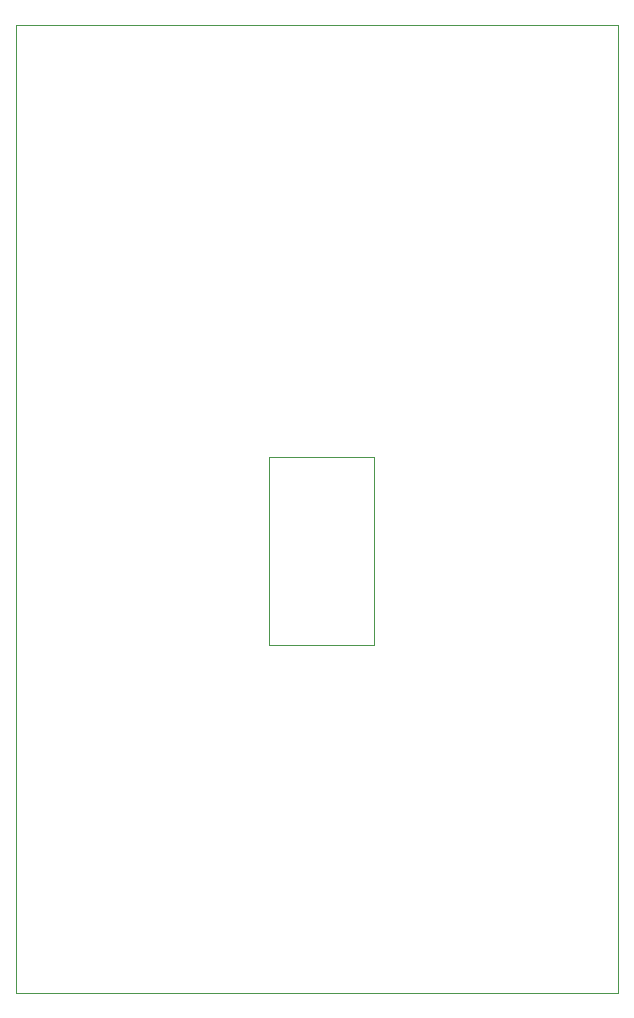
<source format=gbr>
%TF.GenerationSoftware,KiCad,Pcbnew,7.0.8*%
%TF.CreationDate,2024-03-13T16:31:13+02:00*%
%TF.ProjectId,mouse_hardware,6d6f7573-655f-4686-9172-64776172652e,rev?*%
%TF.SameCoordinates,Original*%
%TF.FileFunction,Profile,NP*%
%FSLAX46Y46*%
G04 Gerber Fmt 4.6, Leading zero omitted, Abs format (unit mm)*
G04 Created by KiCad (PCBNEW 7.0.8) date 2024-03-13 16:31:13*
%MOMM*%
%LPD*%
G01*
G04 APERTURE LIST*
%TA.AperFunction,Profile*%
%ADD10C,0.100000*%
%TD*%
%TA.AperFunction,Profile*%
%ADD11C,0.010000*%
%TD*%
G04 APERTURE END LIST*
D10*
X12000000Y-12000000D02*
X63000000Y-12000000D01*
X63000000Y-94000000D01*
X12000000Y-94000000D01*
X12000000Y-12000000D01*
D11*
%TO.C,U2*%
X33422000Y-48626500D02*
X42312000Y-48626500D01*
X33422000Y-64501500D02*
X33422000Y-48626500D01*
X42312000Y-48626500D02*
X42312000Y-64501500D01*
X42312000Y-64501500D02*
X33422000Y-64501500D01*
%TD*%
M02*

</source>
